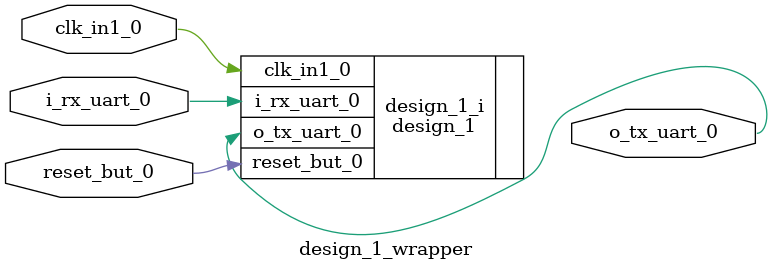
<source format=v>
`timescale 1 ps / 1 ps

module design_1_wrapper
   (clk_in1_0,
    i_rx_uart_0,
    o_tx_uart_0,
    reset_but_0);
  input clk_in1_0;
  input i_rx_uart_0;
  output o_tx_uart_0;
  input reset_but_0;

  wire clk_in1_0;
  wire i_rx_uart_0;
  wire o_tx_uart_0;
  wire reset_but_0;

  design_1 design_1_i
       (.clk_in1_0(clk_in1_0),
        .i_rx_uart_0(i_rx_uart_0),
        .o_tx_uart_0(o_tx_uart_0),
        .reset_but_0(reset_but_0));
endmodule

</source>
